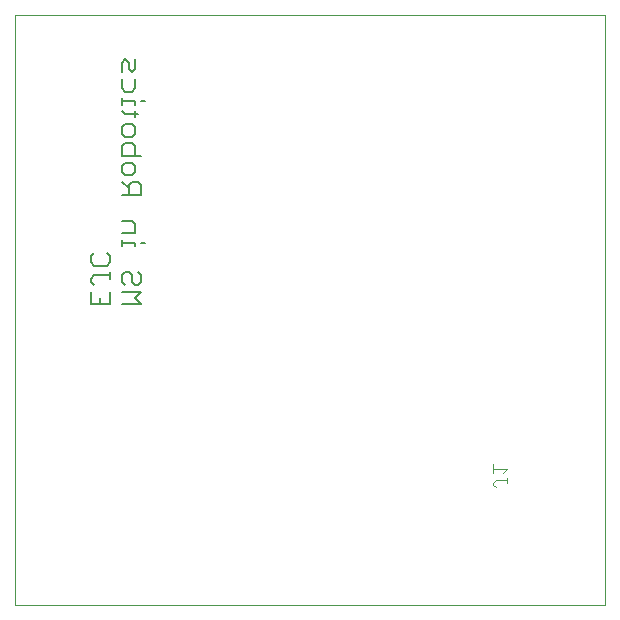
<source format=gbo>
G75*
%MOIN*%
%OFA0B0*%
%FSLAX25Y25*%
%IPPOS*%
%LPD*%
%AMOC8*
5,1,8,0,0,1.08239X$1,22.5*
%
%ADD10C,0.00000*%
%ADD11C,0.00600*%
%ADD12C,0.00400*%
D10*
X0001600Y0008288D02*
X0001600Y0205139D01*
X0198450Y0205139D01*
X0198450Y0008288D01*
X0001600Y0008288D01*
D11*
X0026900Y0108588D02*
X0026900Y0112859D01*
X0027968Y0115034D02*
X0026900Y0116101D01*
X0026900Y0117169D01*
X0027968Y0118236D01*
X0033305Y0118236D01*
X0033305Y0117169D02*
X0033305Y0119304D01*
X0032238Y0121479D02*
X0027968Y0121479D01*
X0026900Y0122547D01*
X0026900Y0124682D01*
X0027968Y0125749D01*
X0032238Y0125749D02*
X0033305Y0124682D01*
X0033305Y0122547D01*
X0032238Y0121479D01*
X0037400Y0118236D02*
X0037400Y0116101D01*
X0038468Y0115034D01*
X0040603Y0116101D02*
X0040603Y0118236D01*
X0039535Y0119304D01*
X0038468Y0119304D01*
X0037400Y0118236D01*
X0040603Y0116101D02*
X0041670Y0115034D01*
X0042738Y0115034D01*
X0043805Y0116101D01*
X0043805Y0118236D01*
X0042738Y0119304D01*
X0043805Y0112859D02*
X0037400Y0112859D01*
X0033305Y0112859D02*
X0033305Y0108588D01*
X0026900Y0108588D01*
X0030103Y0108588D02*
X0030103Y0110723D01*
X0037400Y0108588D02*
X0043805Y0108588D01*
X0041670Y0110723D01*
X0043805Y0112859D01*
X0041670Y0127925D02*
X0041670Y0128992D01*
X0037400Y0128992D01*
X0037400Y0127925D02*
X0037400Y0130060D01*
X0037400Y0132222D02*
X0041670Y0132222D01*
X0041670Y0135424D01*
X0040603Y0136492D01*
X0037400Y0136492D01*
X0043805Y0128992D02*
X0044873Y0128992D01*
X0043805Y0145113D02*
X0037400Y0145113D01*
X0039535Y0145113D02*
X0039535Y0148315D01*
X0040603Y0149383D01*
X0042738Y0149383D01*
X0043805Y0148315D01*
X0043805Y0145113D01*
X0039535Y0147248D02*
X0037400Y0149383D01*
X0038468Y0151558D02*
X0037400Y0152626D01*
X0037400Y0154761D01*
X0038468Y0155828D01*
X0040603Y0155828D01*
X0041670Y0154761D01*
X0041670Y0152626D01*
X0040603Y0151558D01*
X0038468Y0151558D01*
X0037400Y0158004D02*
X0037400Y0161206D01*
X0038468Y0162274D01*
X0040603Y0162274D01*
X0041670Y0161206D01*
X0041670Y0158004D01*
X0043805Y0158004D02*
X0037400Y0158004D01*
X0038468Y0164449D02*
X0037400Y0165517D01*
X0037400Y0167652D01*
X0038468Y0168719D01*
X0040603Y0168719D01*
X0041670Y0167652D01*
X0041670Y0165517D01*
X0040603Y0164449D01*
X0038468Y0164449D01*
X0041670Y0170895D02*
X0041670Y0173030D01*
X0042738Y0171962D02*
X0038468Y0171962D01*
X0037400Y0173030D01*
X0037400Y0175192D02*
X0037400Y0177327D01*
X0037400Y0176259D02*
X0041670Y0176259D01*
X0041670Y0175192D01*
X0043805Y0176259D02*
X0044873Y0176259D01*
X0040603Y0179489D02*
X0041670Y0180556D01*
X0041670Y0183759D01*
X0040603Y0185934D02*
X0041670Y0187002D01*
X0041670Y0190204D01*
X0039535Y0189137D02*
X0039535Y0187002D01*
X0040603Y0185934D01*
X0037400Y0185934D02*
X0037400Y0189137D01*
X0038468Y0190204D01*
X0039535Y0189137D01*
X0037400Y0183759D02*
X0037400Y0180556D01*
X0038468Y0179489D01*
X0040603Y0179489D01*
D12*
X0161119Y0055329D02*
X0161119Y0052260D01*
X0161119Y0053794D02*
X0165723Y0053794D01*
X0164188Y0052260D01*
X0165723Y0050725D02*
X0165723Y0049191D01*
X0165723Y0049958D02*
X0161886Y0049958D01*
X0161119Y0049191D01*
X0161119Y0048423D01*
X0161886Y0047656D01*
M02*

</source>
